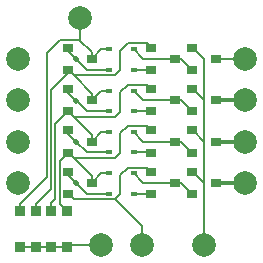
<source format=gtl>
%TF.GenerationSoftware,KiCad,Pcbnew,(5.1.9)-1*%
%TF.CreationDate,2022-09-16T17:22:15+02:00*%
%TF.ProjectId,increment,696e6372-656d-4656-9e74-2e6b69636164,rev?*%
%TF.SameCoordinates,Original*%
%TF.FileFunction,Copper,L1,Top*%
%TF.FilePolarity,Positive*%
%FSLAX46Y46*%
G04 Gerber Fmt 4.6, Leading zero omitted, Abs format (unit mm)*
G04 Created by KiCad (PCBNEW (5.1.9)-1) date 2022-09-16 17:22:15*
%MOMM*%
%LPD*%
G01*
G04 APERTURE LIST*
%TA.AperFunction,SMDPad,CuDef*%
%ADD10R,0.600000X0.450000*%
%TD*%
%TA.AperFunction,SMDPad,CuDef*%
%ADD11R,0.900000X0.800000*%
%TD*%
%TA.AperFunction,ComponentPad*%
%ADD12C,2.000000*%
%TD*%
%TA.AperFunction,SMDPad,CuDef*%
%ADD13R,0.900000X0.900000*%
%TD*%
%TA.AperFunction,ViaPad*%
%ADD14C,0.500000*%
%TD*%
%TA.AperFunction,Conductor*%
%ADD15C,0.157000*%
%TD*%
%TA.AperFunction,Conductor*%
%ADD16C,0.300000*%
%TD*%
G04 APERTURE END LIST*
D10*
%TO.P,D8,2*%
%TO.N,Net-(D8-Pad2)*%
X155050000Y-102400000D03*
%TO.P,D8,1*%
%TO.N,/I0*%
X152950000Y-102400000D03*
%TD*%
%TO.P,D7,2*%
%TO.N,Net-(D7-Pad2)*%
X155050000Y-100700000D03*
%TO.P,D7,1*%
%TO.N,Net-(D7-Pad1)*%
X152950000Y-100700000D03*
%TD*%
%TO.P,D6,2*%
%TO.N,Net-(D6-Pad2)*%
X155050000Y-98900000D03*
%TO.P,D6,1*%
%TO.N,/I1*%
X152950000Y-98900000D03*
%TD*%
%TO.P,D5,2*%
%TO.N,Net-(D5-Pad2)*%
X155050000Y-97200000D03*
%TO.P,D5,1*%
%TO.N,Net-(D5-Pad1)*%
X152950000Y-97200000D03*
%TD*%
%TO.P,D4,2*%
%TO.N,Net-(D4-Pad2)*%
X155050000Y-95400000D03*
%TO.P,D4,1*%
%TO.N,/I2*%
X152950000Y-95400000D03*
%TD*%
%TO.P,D3,2*%
%TO.N,Net-(D3-Pad2)*%
X155050000Y-93700000D03*
%TO.P,D3,1*%
%TO.N,Net-(D3-Pad1)*%
X152950000Y-93700000D03*
%TD*%
%TO.P,D2,2*%
%TO.N,Net-(D2-Pad2)*%
X155050000Y-91900000D03*
%TO.P,D2,1*%
%TO.N,/I3*%
X152950000Y-91900000D03*
%TD*%
%TO.P,D1,2*%
%TO.N,Net-(D1-Pad2)*%
X155050000Y-90200000D03*
%TO.P,D1,1*%
%TO.N,/~Co*%
X152950000Y-90200000D03*
%TD*%
D11*
%TO.P,Q12,3*%
%TO.N,/O0*%
X162000000Y-101500000D03*
%TO.P,Q12,2*%
%TO.N,Net-(D7-Pad2)*%
X160000000Y-102450000D03*
%TO.P,Q12,1*%
%TO.N,/OE*%
X160000000Y-100550000D03*
%TD*%
%TO.P,Q11,3*%
%TO.N,/O1*%
X162000000Y-98000000D03*
%TO.P,Q11,2*%
%TO.N,Net-(D5-Pad2)*%
X160000000Y-98950000D03*
%TO.P,Q11,1*%
%TO.N,/OE*%
X160000000Y-97050000D03*
%TD*%
%TO.P,Q10,3*%
%TO.N,/O2*%
X162000000Y-94500000D03*
%TO.P,Q10,2*%
%TO.N,Net-(D3-Pad2)*%
X160000000Y-95450000D03*
%TO.P,Q10,1*%
%TO.N,/OE*%
X160000000Y-93550000D03*
%TD*%
%TO.P,Q9,3*%
%TO.N,/O3*%
X162000000Y-91000000D03*
%TO.P,Q9,2*%
%TO.N,Net-(D1-Pad2)*%
X160000000Y-91950000D03*
%TO.P,Q9,1*%
%TO.N,/OE*%
X160000000Y-90050000D03*
%TD*%
%TO.P,Q8,3*%
%TO.N,Net-(D7-Pad2)*%
X158500000Y-101500000D03*
%TO.P,Q8,2*%
%TO.N,Net-(D8-Pad2)*%
X156500000Y-102450000D03*
%TO.P,Q8,1*%
%TO.N,/~Ci*%
X156500000Y-100550000D03*
%TD*%
%TO.P,Q7,3*%
%TO.N,Net-(D5-Pad2)*%
X158500000Y-98000000D03*
%TO.P,Q7,2*%
%TO.N,Net-(D6-Pad2)*%
X156500000Y-98950000D03*
%TO.P,Q7,1*%
%TO.N,Net-(D7-Pad1)*%
X156500000Y-97050000D03*
%TD*%
%TO.P,Q6,3*%
%TO.N,Net-(D3-Pad2)*%
X158500000Y-94500000D03*
%TO.P,Q6,2*%
%TO.N,Net-(D4-Pad2)*%
X156500000Y-95450000D03*
%TO.P,Q6,1*%
%TO.N,Net-(D5-Pad1)*%
X156500000Y-93550000D03*
%TD*%
%TO.P,Q5,3*%
%TO.N,Net-(D1-Pad2)*%
X158500000Y-91000000D03*
%TO.P,Q5,2*%
%TO.N,Net-(D2-Pad2)*%
X156500000Y-91950000D03*
%TO.P,Q5,1*%
%TO.N,Net-(D3-Pad1)*%
X156500000Y-90050000D03*
%TD*%
%TO.P,Q4,3*%
%TO.N,Net-(D7-Pad1)*%
X151500000Y-101500000D03*
%TO.P,Q4,2*%
%TO.N,/~Ci*%
X149500000Y-102450000D03*
%TO.P,Q4,1*%
%TO.N,/I0*%
X149500000Y-100550000D03*
%TD*%
%TO.P,Q3,3*%
%TO.N,Net-(D5-Pad1)*%
X151500000Y-98000000D03*
%TO.P,Q3,2*%
%TO.N,Net-(D7-Pad1)*%
X149500000Y-98950000D03*
%TO.P,Q3,1*%
%TO.N,/I1*%
X149500000Y-97050000D03*
%TD*%
%TO.P,Q2,3*%
%TO.N,Net-(D3-Pad1)*%
X151500000Y-94500000D03*
%TO.P,Q2,2*%
%TO.N,Net-(D5-Pad1)*%
X149500000Y-95450000D03*
%TO.P,Q2,1*%
%TO.N,/I2*%
X149500000Y-93550000D03*
%TD*%
%TO.P,Q1,3*%
%TO.N,/~Co*%
X151500000Y-91000000D03*
%TO.P,Q1,2*%
%TO.N,Net-(D3-Pad1)*%
X149500000Y-91950000D03*
%TO.P,Q1,1*%
%TO.N,/I3*%
X149500000Y-90050000D03*
%TD*%
D12*
%TO.P,TP12,1*%
%TO.N,/O0*%
X164500000Y-101500000D03*
%TD*%
%TO.P,TP11,1*%
%TO.N,/O1*%
X164500000Y-98000000D03*
%TD*%
%TO.P,TP10,1*%
%TO.N,/O2*%
X164500000Y-94500000D03*
%TD*%
%TO.P,TP9,1*%
%TO.N,/O3*%
X164500000Y-91000000D03*
%TD*%
%TO.P,TP8,1*%
%TO.N,/OE*%
X161000000Y-106750000D03*
%TD*%
%TO.P,TP7,1*%
%TO.N,/~Ci*%
X155750000Y-106750000D03*
%TD*%
%TO.P,TP6,1*%
%TO.N,/~Co*%
X150500000Y-87500000D03*
%TD*%
%TO.P,TP5,1*%
%TO.N,VCC*%
X152250000Y-106750000D03*
%TD*%
%TO.P,TP4,1*%
%TO.N,/I0*%
X145250000Y-101500000D03*
%TD*%
%TO.P,TP3,1*%
%TO.N,/I1*%
X145250000Y-98000000D03*
%TD*%
%TO.P,TP2,1*%
%TO.N,/I2*%
X145250000Y-94500000D03*
%TD*%
%TO.P,TP1,1*%
%TO.N,/I3*%
X145250000Y-91000000D03*
%TD*%
D13*
%TO.P,RN1,6*%
%TO.N,Net-(D5-Pad1)*%
X148060000Y-103900000D03*
%TO.P,RN1,5*%
%TO.N,Net-(D7-Pad1)*%
X149400000Y-103900000D03*
%TO.P,RN1,8*%
%TO.N,/~Co*%
X145400000Y-103900000D03*
%TO.P,RN1,7*%
%TO.N,Net-(D3-Pad1)*%
X146740000Y-103900000D03*
%TO.P,RN1,3*%
%TO.N,VCC*%
X148060000Y-106900000D03*
%TO.P,RN1,2*%
X146740000Y-106900000D03*
%TO.P,RN1,4*%
X149400000Y-106900000D03*
%TO.P,RN1,1*%
X145400000Y-106900000D03*
%TD*%
D14*
%TO.N,/I3*%
X150174349Y-91025651D03*
%TO.N,/I2*%
X150174349Y-94525651D03*
%TO.N,/I1*%
X150174349Y-98025651D03*
%TO.N,/I0*%
X150174349Y-101525651D03*
%TD*%
D15*
%TO.N,Net-(D1-Pad2)*%
X155850000Y-91000000D02*
X158500000Y-91000000D01*
X155050000Y-90200000D02*
X155850000Y-91000000D01*
X159050000Y-91000000D02*
X160000000Y-91950000D01*
X158500000Y-91000000D02*
X159050000Y-91000000D01*
%TO.N,/~Co*%
X152300000Y-90200000D02*
X151500000Y-91000000D01*
X152950000Y-90200000D02*
X152300000Y-90200000D01*
X153050000Y-90200000D02*
X152950000Y-90200000D01*
X150428499Y-89371499D02*
X151500000Y-90443000D01*
X151500000Y-90443000D02*
X151500000Y-91000000D01*
X147700469Y-90498229D02*
X148827199Y-89371499D01*
X147700469Y-100992531D02*
X147700469Y-90498229D01*
X145400000Y-103293000D02*
X147700469Y-100992531D01*
X148827199Y-89371499D02*
X150428499Y-89371499D01*
X145400000Y-103900000D02*
X145400000Y-103293000D01*
X150500000Y-89299998D02*
X150428499Y-89371499D01*
X150500000Y-87500000D02*
X150500000Y-89299998D01*
%TO.N,Net-(D2-Pad2)*%
X156450000Y-91900000D02*
X156500000Y-91950000D01*
X155050000Y-91900000D02*
X156450000Y-91900000D01*
%TO.N,/I3*%
X149500000Y-90351302D02*
X149500000Y-90050000D01*
X152950000Y-91900000D02*
X151048698Y-91900000D01*
X150174349Y-91025651D02*
X149500000Y-90351302D01*
X151048698Y-91900000D02*
X150174349Y-91025651D01*
%TO.N,Net-(D3-Pad2)*%
X159050000Y-94500000D02*
X160000000Y-95450000D01*
X158500000Y-94500000D02*
X159050000Y-94500000D01*
X155050000Y-93700000D02*
X155850000Y-94500000D01*
X155850000Y-94500000D02*
X158500000Y-94500000D01*
%TO.N,Net-(D3-Pad1)*%
X152300000Y-93700000D02*
X151500000Y-94500000D01*
X152950000Y-93700000D02*
X152300000Y-93700000D01*
X149953501Y-92403501D02*
X149500000Y-91950000D01*
X153472801Y-92403501D02*
X149953501Y-92403501D01*
X153911849Y-91964453D02*
X153472801Y-92403501D01*
X153911849Y-90311849D02*
X153911849Y-91964453D01*
X154527199Y-89696499D02*
X153911849Y-90311849D01*
X156146499Y-89696499D02*
X154527199Y-89696499D01*
X156500000Y-90050000D02*
X156146499Y-89696499D01*
X149960501Y-92403501D02*
X149953501Y-92403501D01*
X151500000Y-93943000D02*
X149960501Y-92403501D01*
X151500000Y-94500000D02*
X151500000Y-93943000D01*
X146740000Y-103293000D02*
X148057479Y-101975521D01*
X146740000Y-103900000D02*
X146740000Y-103293000D01*
X149500000Y-92198698D02*
X149500000Y-91950000D01*
X148057479Y-93641219D02*
X149500000Y-92198698D01*
X148057479Y-101975521D02*
X148057479Y-93641219D01*
%TO.N,Net-(D4-Pad2)*%
X156450000Y-95400000D02*
X156500000Y-95450000D01*
X155050000Y-95400000D02*
X156450000Y-95400000D01*
%TO.N,/I2*%
X149500000Y-93851302D02*
X149500000Y-93550000D01*
X152950000Y-95400000D02*
X151048698Y-95400000D01*
X151048698Y-95400000D02*
X150224349Y-94575651D01*
X150174349Y-94525651D02*
X149500000Y-93851302D01*
X150224349Y-94575651D02*
X150174349Y-94525651D01*
%TO.N,Net-(D5-Pad2)*%
X159050000Y-98000000D02*
X160000000Y-98950000D01*
X158500000Y-98000000D02*
X159050000Y-98000000D01*
X155050000Y-97200000D02*
X155850000Y-98000000D01*
X155850000Y-98000000D02*
X158500000Y-98000000D01*
%TO.N,Net-(D5-Pad1)*%
X149953501Y-95903501D02*
X149500000Y-95450000D01*
X156146499Y-93196499D02*
X154527199Y-93196499D01*
X149960501Y-95903501D02*
X149953501Y-95903501D01*
X153472801Y-95903501D02*
X149953501Y-95903501D01*
X151500000Y-97443000D02*
X149960501Y-95903501D01*
X154527199Y-93196499D02*
X153911849Y-93811849D01*
X156500000Y-93550000D02*
X156146499Y-93196499D01*
X151500000Y-98000000D02*
X151500000Y-97443000D01*
X153911849Y-95464453D02*
X153472801Y-95903501D01*
X153911849Y-93811849D02*
X153911849Y-95464453D01*
X152300000Y-97200000D02*
X151500000Y-98000000D01*
X152950000Y-97200000D02*
X152300000Y-97200000D01*
X148414489Y-96535511D02*
X149500000Y-95450000D01*
X148060000Y-103240000D02*
X148414489Y-102885511D01*
X148060000Y-103900000D02*
X148060000Y-103240000D01*
X148414489Y-102885511D02*
X148414489Y-96535511D01*
%TO.N,Net-(D6-Pad2)*%
X156450000Y-98900000D02*
X156500000Y-98950000D01*
X155050000Y-98900000D02*
X156450000Y-98900000D01*
%TO.N,/I1*%
X149500000Y-97351302D02*
X149500000Y-97050000D01*
X152950000Y-98900000D02*
X151048698Y-98900000D01*
X150174349Y-98025651D02*
X149500000Y-97351302D01*
X151048698Y-98900000D02*
X150174349Y-98025651D01*
%TO.N,Net-(D7-Pad2)*%
X159050000Y-101500000D02*
X160000000Y-102450000D01*
X158500000Y-101500000D02*
X159050000Y-101500000D01*
X155050000Y-100700000D02*
X155850000Y-101500000D01*
X155850000Y-101500000D02*
X158500000Y-101500000D01*
%TO.N,Net-(D7-Pad1)*%
X149953501Y-99403501D02*
X149500000Y-98950000D01*
X156146499Y-96696499D02*
X154527199Y-96696499D01*
X149960501Y-99403501D02*
X149953501Y-99403501D01*
X153472801Y-99403501D02*
X149953501Y-99403501D01*
X151500000Y-100943000D02*
X149960501Y-99403501D01*
X154527199Y-96696499D02*
X153911849Y-97311849D01*
X156500000Y-97050000D02*
X156146499Y-96696499D01*
X151500000Y-101500000D02*
X151500000Y-100943000D01*
X153911849Y-98964453D02*
X153472801Y-99403501D01*
X153911849Y-97311849D02*
X153911849Y-98964453D01*
X152300000Y-100700000D02*
X151500000Y-101500000D01*
X152950000Y-100700000D02*
X152300000Y-100700000D01*
X148771499Y-99678501D02*
X149500000Y-98950000D01*
X148771499Y-103271499D02*
X148771499Y-99678501D01*
X149400000Y-103900000D02*
X148771499Y-103271499D01*
%TO.N,Net-(D8-Pad2)*%
X156450000Y-102400000D02*
X156500000Y-102450000D01*
X155050000Y-102400000D02*
X156450000Y-102400000D01*
%TO.N,/I0*%
X149500000Y-100851302D02*
X149500000Y-100550000D01*
X152950000Y-102400000D02*
X151048698Y-102400000D01*
X150174349Y-101525651D02*
X149500000Y-100851302D01*
X151048698Y-102400000D02*
X150174349Y-101525651D01*
%TO.N,/~Ci*%
X149953501Y-102903501D02*
X149500000Y-102450000D01*
X156146499Y-100196499D02*
X154527199Y-100196499D01*
X149960501Y-102903501D02*
X149953501Y-102903501D01*
X153472801Y-102903501D02*
X149953501Y-102903501D01*
X154527199Y-100196499D02*
X153911849Y-100811849D01*
X156500000Y-100550000D02*
X156146499Y-100196499D01*
X153911849Y-102464453D02*
X153472801Y-102903501D01*
X153911849Y-100811849D02*
X153911849Y-102464453D01*
X149400000Y-102550000D02*
X149500000Y-102450000D01*
X155750000Y-105180700D02*
X153472801Y-102903501D01*
X155750000Y-106750000D02*
X155750000Y-105180700D01*
%TO.N,/O3*%
X162000000Y-91000000D02*
X164500000Y-91000000D01*
%TO.N,/OE*%
X160050000Y-93550000D02*
X160000000Y-93550000D01*
X161000000Y-94500000D02*
X160050000Y-93550000D01*
X161000000Y-94500000D02*
X161000000Y-98000000D01*
X160050000Y-97050000D02*
X160000000Y-97050000D01*
X161000000Y-98000000D02*
X160050000Y-97050000D01*
X161000000Y-98000000D02*
X161000000Y-101500000D01*
X160050000Y-100550000D02*
X160000000Y-100550000D01*
X161000000Y-101500000D02*
X160050000Y-100550000D01*
X161000000Y-101500000D02*
X161000000Y-105000000D01*
X160050000Y-90050000D02*
X160000000Y-90050000D01*
X161000000Y-91000000D02*
X160050000Y-90050000D01*
X161000000Y-91000000D02*
X161000000Y-94500000D01*
X161000000Y-105000000D02*
X161000000Y-106750000D01*
D16*
%TO.N,/O2*%
X164500000Y-94500000D02*
X162000000Y-94500000D01*
%TO.N,/O1*%
X164500000Y-98000000D02*
X162000000Y-98000000D01*
%TO.N,/O0*%
X164500000Y-101500000D02*
X162000000Y-101500000D01*
D15*
%TO.N,VCC*%
X149550000Y-106750000D02*
X149400000Y-106900000D01*
X152250000Y-106750000D02*
X149550000Y-106750000D01*
X149400000Y-106900000D02*
X145400000Y-106900000D01*
%TD*%
M02*

</source>
